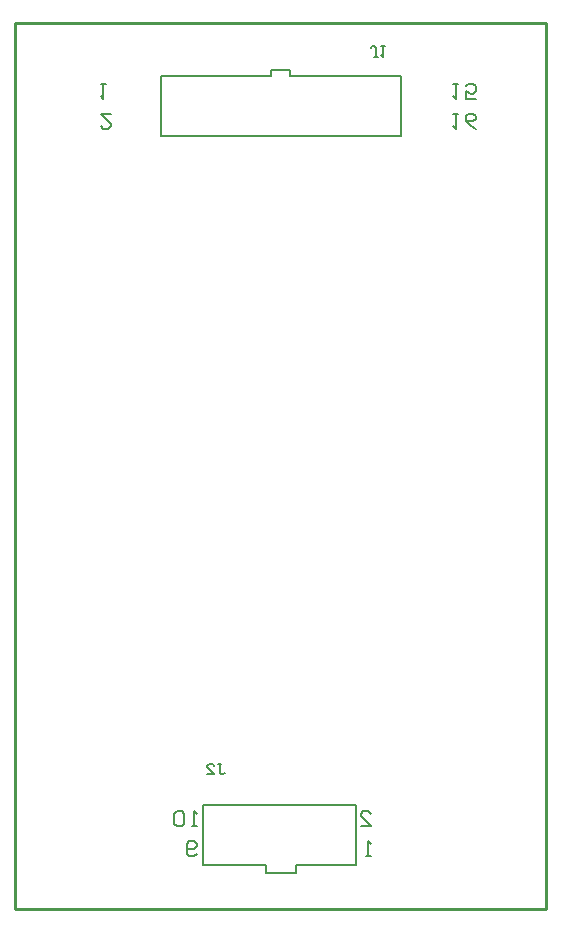
<source format=gbo>
G04*
G04 #@! TF.GenerationSoftware,Altium Limited,Altium Designer,18.1.6 (161)*
G04*
G04 Layer_Color=32896*
%FSLAX24Y24*%
%MOIN*%
G70*
G01*
G75*
%ADD10C,0.0100*%
%ADD48C,0.0079*%
%ADD49C,0.0079*%
%ADD50C,0.0080*%
%ADD51C,0.0070*%
D10*
X0Y0D02*
X17717D01*
Y29528D01*
X0D02*
X17717D01*
X0Y0D02*
Y29528D01*
D48*
X12849Y27774D02*
X12862Y27761D01*
X9169Y27774D02*
X12849D01*
X9169D02*
Y27963D01*
X8548D02*
X9169D01*
X8547Y27964D02*
X8548Y27963D01*
X8547Y27771D02*
Y27964D01*
X4862Y27771D02*
X8547D01*
X6258Y1466D02*
X7048D01*
X9358Y1469D02*
X11354D01*
X9358Y1218D02*
Y1469D01*
X8358Y1218D02*
X9358D01*
X8358D02*
Y1469D01*
X7050D02*
X8358D01*
D49*
X12858Y25772D02*
Y27772D01*
X4858Y25772D02*
Y27772D01*
Y25772D02*
X12858D01*
X6258Y1469D02*
Y3469D01*
X11358Y1469D02*
Y3469D01*
X6258D02*
X11358D01*
D50*
X3191Y26522D02*
X2858D01*
X3191Y26188D01*
Y26105D01*
X3108Y26022D01*
X2942D01*
X2858Y26105D01*
Y27522D02*
X3025D01*
X2942D01*
Y27022D01*
X2858Y27105D01*
X14608Y27522D02*
X14775D01*
X14692D01*
Y27022D01*
X14608Y27105D01*
X15358Y27022D02*
X15025D01*
Y27272D01*
X15191Y27188D01*
X15275D01*
X15358Y27272D01*
Y27438D01*
X15275Y27522D01*
X15108D01*
X15025Y27438D01*
X14608Y26522D02*
X14775D01*
X14692D01*
Y26022D01*
X14608Y26105D01*
X15358Y26022D02*
X15191Y26105D01*
X15025Y26272D01*
Y26438D01*
X15108Y26522D01*
X15275D01*
X15358Y26438D01*
Y26355D01*
X15275Y26272D01*
X15025D01*
X11525Y2768D02*
X11858D01*
X11525Y3102D01*
Y3185D01*
X11608Y3268D01*
X11775D01*
X11858Y3185D01*
Y1769D02*
X11692D01*
X11775D01*
Y2268D01*
X11858Y2185D01*
X6058Y1852D02*
X5975Y1769D01*
X5808D01*
X5725Y1852D01*
Y2185D01*
X5808Y2268D01*
X5975D01*
X6058Y2185D01*
Y2102D01*
X5975Y2018D01*
X5725D01*
X6058Y2768D02*
X5892D01*
X5975D01*
Y3268D01*
X6058Y3185D01*
X5642D02*
X5558Y3268D01*
X5392D01*
X5309Y3185D01*
Y2852D01*
X5392Y2768D01*
X5558D01*
X5642Y2852D01*
Y3185D01*
D51*
X6767Y4850D02*
X6883D01*
X6825D01*
Y4558D01*
X6883Y4500D01*
X6942D01*
X7000Y4558D01*
X6417Y4500D02*
X6650D01*
X6417Y4733D01*
Y4792D01*
X6475Y4850D01*
X6592D01*
X6650Y4792D01*
X12092Y28422D02*
X11975D01*
X12033D01*
Y28713D01*
X11975Y28772D01*
X11917D01*
X11858Y28713D01*
X12208Y28772D02*
X12325D01*
X12266D01*
Y28422D01*
X12208Y28480D01*
M02*

</source>
